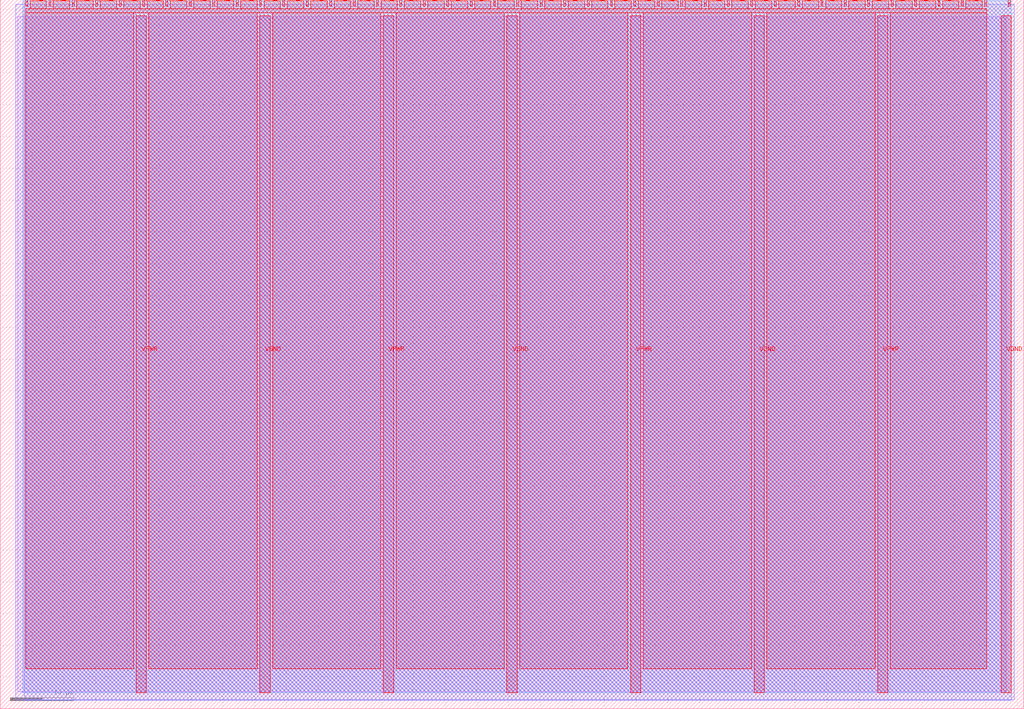
<source format=lef>
VERSION 5.7 ;
  NOWIREEXTENSIONATPIN ON ;
  DIVIDERCHAR "/" ;
  BUSBITCHARS "[]" ;
MACRO tt_um_seven_segment_fun1
  CLASS BLOCK ;
  FOREIGN tt_um_seven_segment_fun1 ;
  ORIGIN 0.000 0.000 ;
  SIZE 161.000 BY 111.520 ;
  PIN VGND
    DIRECTION INOUT ;
    USE GROUND ;
    PORT
      LAYER met4 ;
        RECT 40.830 2.480 42.430 109.040 ;
    END
    PORT
      LAYER met4 ;
        RECT 79.700 2.480 81.300 109.040 ;
    END
    PORT
      LAYER met4 ;
        RECT 118.570 2.480 120.170 109.040 ;
    END
    PORT
      LAYER met4 ;
        RECT 157.440 2.480 159.040 109.040 ;
    END
  END VGND
  PIN VPWR
    DIRECTION INOUT ;
    USE POWER ;
    PORT
      LAYER met4 ;
        RECT 21.395 2.480 22.995 109.040 ;
    END
    PORT
      LAYER met4 ;
        RECT 60.265 2.480 61.865 109.040 ;
    END
    PORT
      LAYER met4 ;
        RECT 99.135 2.480 100.735 109.040 ;
    END
    PORT
      LAYER met4 ;
        RECT 138.005 2.480 139.605 109.040 ;
    END
  END VPWR
  PIN clk
    DIRECTION INPUT ;
    USE SIGNAL ;
    ANTENNAGATEAREA 0.852000 ;
    PORT
      LAYER met4 ;
        RECT 154.870 110.520 155.170 111.520 ;
    END
  END clk
  PIN ena
    DIRECTION INPUT ;
    USE SIGNAL ;
    PORT
      LAYER met4 ;
        RECT 158.550 110.520 158.850 111.520 ;
    END
  END ena
  PIN rst_n
    DIRECTION INPUT ;
    USE SIGNAL ;
    ANTENNAGATEAREA 0.196500 ;
    PORT
      LAYER met4 ;
        RECT 151.190 110.520 151.490 111.520 ;
    END
  END rst_n
  PIN ui_in[0]
    DIRECTION INPUT ;
    USE SIGNAL ;
    ANTENNAGATEAREA 0.196500 ;
    PORT
      LAYER met4 ;
        RECT 147.510 110.520 147.810 111.520 ;
    END
  END ui_in[0]
  PIN ui_in[1]
    DIRECTION INPUT ;
    USE SIGNAL ;
    ANTENNAGATEAREA 0.196500 ;
    PORT
      LAYER met4 ;
        RECT 143.830 110.520 144.130 111.520 ;
    END
  END ui_in[1]
  PIN ui_in[2]
    DIRECTION INPUT ;
    USE SIGNAL ;
    ANTENNAGATEAREA 0.196500 ;
    PORT
      LAYER met4 ;
        RECT 140.150 110.520 140.450 111.520 ;
    END
  END ui_in[2]
  PIN ui_in[3]
    DIRECTION INPUT ;
    USE SIGNAL ;
    ANTENNAGATEAREA 0.213000 ;
    PORT
      LAYER met4 ;
        RECT 136.470 110.520 136.770 111.520 ;
    END
  END ui_in[3]
  PIN ui_in[4]
    DIRECTION INPUT ;
    USE SIGNAL ;
    PORT
      LAYER met4 ;
        RECT 132.790 110.520 133.090 111.520 ;
    END
  END ui_in[4]
  PIN ui_in[5]
    DIRECTION INPUT ;
    USE SIGNAL ;
    PORT
      LAYER met4 ;
        RECT 129.110 110.520 129.410 111.520 ;
    END
  END ui_in[5]
  PIN ui_in[6]
    DIRECTION INPUT ;
    USE SIGNAL ;
    PORT
      LAYER met4 ;
        RECT 125.430 110.520 125.730 111.520 ;
    END
  END ui_in[6]
  PIN ui_in[7]
    DIRECTION INPUT ;
    USE SIGNAL ;
    PORT
      LAYER met4 ;
        RECT 121.750 110.520 122.050 111.520 ;
    END
  END ui_in[7]
  PIN uio_in[0]
    DIRECTION INPUT ;
    USE SIGNAL ;
    PORT
      LAYER met4 ;
        RECT 118.070 110.520 118.370 111.520 ;
    END
  END uio_in[0]
  PIN uio_in[1]
    DIRECTION INPUT ;
    USE SIGNAL ;
    PORT
      LAYER met4 ;
        RECT 114.390 110.520 114.690 111.520 ;
    END
  END uio_in[1]
  PIN uio_in[2]
    DIRECTION INPUT ;
    USE SIGNAL ;
    PORT
      LAYER met4 ;
        RECT 110.710 110.520 111.010 111.520 ;
    END
  END uio_in[2]
  PIN uio_in[3]
    DIRECTION INPUT ;
    USE SIGNAL ;
    PORT
      LAYER met4 ;
        RECT 107.030 110.520 107.330 111.520 ;
    END
  END uio_in[3]
  PIN uio_in[4]
    DIRECTION INPUT ;
    USE SIGNAL ;
    PORT
      LAYER met4 ;
        RECT 103.350 110.520 103.650 111.520 ;
    END
  END uio_in[4]
  PIN uio_in[5]
    DIRECTION INPUT ;
    USE SIGNAL ;
    PORT
      LAYER met4 ;
        RECT 99.670 110.520 99.970 111.520 ;
    END
  END uio_in[5]
  PIN uio_in[6]
    DIRECTION INPUT ;
    USE SIGNAL ;
    PORT
      LAYER met4 ;
        RECT 95.990 110.520 96.290 111.520 ;
    END
  END uio_in[6]
  PIN uio_in[7]
    DIRECTION INPUT ;
    USE SIGNAL ;
    PORT
      LAYER met4 ;
        RECT 92.310 110.520 92.610 111.520 ;
    END
  END uio_in[7]
  PIN uio_oe[0]
    DIRECTION OUTPUT TRISTATE ;
    USE SIGNAL ;
    PORT
      LAYER met4 ;
        RECT 29.750 110.520 30.050 111.520 ;
    END
  END uio_oe[0]
  PIN uio_oe[1]
    DIRECTION OUTPUT TRISTATE ;
    USE SIGNAL ;
    PORT
      LAYER met4 ;
        RECT 26.070 110.520 26.370 111.520 ;
    END
  END uio_oe[1]
  PIN uio_oe[2]
    DIRECTION OUTPUT TRISTATE ;
    USE SIGNAL ;
    PORT
      LAYER met4 ;
        RECT 22.390 110.520 22.690 111.520 ;
    END
  END uio_oe[2]
  PIN uio_oe[3]
    DIRECTION OUTPUT TRISTATE ;
    USE SIGNAL ;
    PORT
      LAYER met4 ;
        RECT 18.710 110.520 19.010 111.520 ;
    END
  END uio_oe[3]
  PIN uio_oe[4]
    DIRECTION OUTPUT TRISTATE ;
    USE SIGNAL ;
    PORT
      LAYER met4 ;
        RECT 15.030 110.520 15.330 111.520 ;
    END
  END uio_oe[4]
  PIN uio_oe[5]
    DIRECTION OUTPUT TRISTATE ;
    USE SIGNAL ;
    PORT
      LAYER met4 ;
        RECT 11.350 110.520 11.650 111.520 ;
    END
  END uio_oe[5]
  PIN uio_oe[6]
    DIRECTION OUTPUT TRISTATE ;
    USE SIGNAL ;
    PORT
      LAYER met4 ;
        RECT 7.670 110.520 7.970 111.520 ;
    END
  END uio_oe[6]
  PIN uio_oe[7]
    DIRECTION OUTPUT TRISTATE ;
    USE SIGNAL ;
    PORT
      LAYER met4 ;
        RECT 3.990 110.520 4.290 111.520 ;
    END
  END uio_oe[7]
  PIN uio_out[0]
    DIRECTION OUTPUT TRISTATE ;
    USE SIGNAL ;
    ANTENNADIFFAREA 0.795200 ;
    PORT
      LAYER met4 ;
        RECT 59.190 110.520 59.490 111.520 ;
    END
  END uio_out[0]
  PIN uio_out[1]
    DIRECTION OUTPUT TRISTATE ;
    USE SIGNAL ;
    ANTENNADIFFAREA 0.795200 ;
    PORT
      LAYER met4 ;
        RECT 55.510 110.520 55.810 111.520 ;
    END
  END uio_out[1]
  PIN uio_out[2]
    DIRECTION OUTPUT TRISTATE ;
    USE SIGNAL ;
    ANTENNADIFFAREA 0.445500 ;
    PORT
      LAYER met4 ;
        RECT 51.830 110.520 52.130 111.520 ;
    END
  END uio_out[2]
  PIN uio_out[3]
    DIRECTION OUTPUT TRISTATE ;
    USE SIGNAL ;
    ANTENNADIFFAREA 0.795200 ;
    PORT
      LAYER met4 ;
        RECT 48.150 110.520 48.450 111.520 ;
    END
  END uio_out[3]
  PIN uio_out[4]
    DIRECTION OUTPUT TRISTATE ;
    USE SIGNAL ;
    ANTENNADIFFAREA 0.795200 ;
    PORT
      LAYER met4 ;
        RECT 44.470 110.520 44.770 111.520 ;
    END
  END uio_out[4]
  PIN uio_out[5]
    DIRECTION OUTPUT TRISTATE ;
    USE SIGNAL ;
    ANTENNADIFFAREA 0.795200 ;
    PORT
      LAYER met4 ;
        RECT 40.790 110.520 41.090 111.520 ;
    END
  END uio_out[5]
  PIN uio_out[6]
    DIRECTION OUTPUT TRISTATE ;
    USE SIGNAL ;
    ANTENNADIFFAREA 0.795200 ;
    PORT
      LAYER met4 ;
        RECT 37.110 110.520 37.410 111.520 ;
    END
  END uio_out[6]
  PIN uio_out[7]
    DIRECTION OUTPUT TRISTATE ;
    USE SIGNAL ;
    ANTENNADIFFAREA 0.795200 ;
    PORT
      LAYER met4 ;
        RECT 33.430 110.520 33.730 111.520 ;
    END
  END uio_out[7]
  PIN uo_out[0]
    DIRECTION OUTPUT TRISTATE ;
    USE SIGNAL ;
    ANTENNADIFFAREA 0.795200 ;
    PORT
      LAYER met4 ;
        RECT 88.630 110.520 88.930 111.520 ;
    END
  END uo_out[0]
  PIN uo_out[1]
    DIRECTION OUTPUT TRISTATE ;
    USE SIGNAL ;
    ANTENNADIFFAREA 0.795200 ;
    PORT
      LAYER met4 ;
        RECT 84.950 110.520 85.250 111.520 ;
    END
  END uo_out[1]
  PIN uo_out[2]
    DIRECTION OUTPUT TRISTATE ;
    USE SIGNAL ;
    ANTENNADIFFAREA 0.795200 ;
    PORT
      LAYER met4 ;
        RECT 81.270 110.520 81.570 111.520 ;
    END
  END uo_out[2]
  PIN uo_out[3]
    DIRECTION OUTPUT TRISTATE ;
    USE SIGNAL ;
    ANTENNADIFFAREA 0.795200 ;
    PORT
      LAYER met4 ;
        RECT 77.590 110.520 77.890 111.520 ;
    END
  END uo_out[3]
  PIN uo_out[4]
    DIRECTION OUTPUT TRISTATE ;
    USE SIGNAL ;
    ANTENNADIFFAREA 0.891000 ;
    PORT
      LAYER met4 ;
        RECT 73.910 110.520 74.210 111.520 ;
    END
  END uo_out[4]
  PIN uo_out[5]
    DIRECTION OUTPUT TRISTATE ;
    USE SIGNAL ;
    ANTENNADIFFAREA 0.795200 ;
    PORT
      LAYER met4 ;
        RECT 70.230 110.520 70.530 111.520 ;
    END
  END uo_out[5]
  PIN uo_out[6]
    DIRECTION OUTPUT TRISTATE ;
    USE SIGNAL ;
    ANTENNADIFFAREA 0.445500 ;
    PORT
      LAYER met4 ;
        RECT 66.550 110.520 66.850 111.520 ;
    END
  END uo_out[6]
  PIN uo_out[7]
    DIRECTION OUTPUT TRISTATE ;
    USE SIGNAL ;
    PORT
      LAYER met4 ;
        RECT 62.870 110.520 63.170 111.520 ;
    END
  END uo_out[7]
  OBS
      LAYER li1 ;
        RECT 2.760 2.635 158.240 108.885 ;
      LAYER met1 ;
        RECT 2.460 1.400 159.460 110.800 ;
      LAYER met2 ;
        RECT 3.770 1.370 159.010 111.365 ;
      LAYER met3 ;
        RECT 3.520 2.555 159.030 111.345 ;
      LAYER met4 ;
        RECT 4.690 110.120 7.270 111.345 ;
        RECT 8.370 110.120 10.950 111.345 ;
        RECT 12.050 110.120 14.630 111.345 ;
        RECT 15.730 110.120 18.310 111.345 ;
        RECT 19.410 110.120 21.990 111.345 ;
        RECT 23.090 110.120 25.670 111.345 ;
        RECT 26.770 110.120 29.350 111.345 ;
        RECT 30.450 110.120 33.030 111.345 ;
        RECT 34.130 110.120 36.710 111.345 ;
        RECT 37.810 110.120 40.390 111.345 ;
        RECT 41.490 110.120 44.070 111.345 ;
        RECT 45.170 110.120 47.750 111.345 ;
        RECT 48.850 110.120 51.430 111.345 ;
        RECT 52.530 110.120 55.110 111.345 ;
        RECT 56.210 110.120 58.790 111.345 ;
        RECT 59.890 110.120 62.470 111.345 ;
        RECT 63.570 110.120 66.150 111.345 ;
        RECT 67.250 110.120 69.830 111.345 ;
        RECT 70.930 110.120 73.510 111.345 ;
        RECT 74.610 110.120 77.190 111.345 ;
        RECT 78.290 110.120 80.870 111.345 ;
        RECT 81.970 110.120 84.550 111.345 ;
        RECT 85.650 110.120 88.230 111.345 ;
        RECT 89.330 110.120 91.910 111.345 ;
        RECT 93.010 110.120 95.590 111.345 ;
        RECT 96.690 110.120 99.270 111.345 ;
        RECT 100.370 110.120 102.950 111.345 ;
        RECT 104.050 110.120 106.630 111.345 ;
        RECT 107.730 110.120 110.310 111.345 ;
        RECT 111.410 110.120 113.990 111.345 ;
        RECT 115.090 110.120 117.670 111.345 ;
        RECT 118.770 110.120 121.350 111.345 ;
        RECT 122.450 110.120 125.030 111.345 ;
        RECT 126.130 110.120 128.710 111.345 ;
        RECT 129.810 110.120 132.390 111.345 ;
        RECT 133.490 110.120 136.070 111.345 ;
        RECT 137.170 110.120 139.750 111.345 ;
        RECT 140.850 110.120 143.430 111.345 ;
        RECT 144.530 110.120 147.110 111.345 ;
        RECT 148.210 110.120 150.790 111.345 ;
        RECT 151.890 110.120 154.470 111.345 ;
        RECT 3.975 109.440 155.185 110.120 ;
        RECT 3.975 6.295 20.995 109.440 ;
        RECT 23.395 6.295 40.430 109.440 ;
        RECT 42.830 6.295 59.865 109.440 ;
        RECT 62.265 6.295 79.300 109.440 ;
        RECT 81.700 6.295 98.735 109.440 ;
        RECT 101.135 6.295 118.170 109.440 ;
        RECT 120.570 6.295 137.605 109.440 ;
        RECT 140.005 6.295 155.185 109.440 ;
  END
END tt_um_seven_segment_fun1
END LIBRARY


</source>
